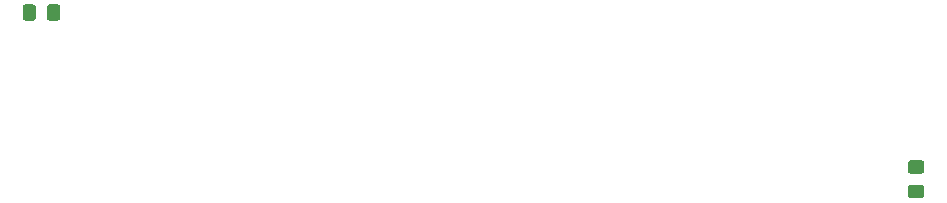
<source format=gbr>
%TF.GenerationSoftware,KiCad,Pcbnew,(5.1.6-0-10_14)*%
%TF.CreationDate,2021-05-07T14:06:44-07:00*%
%TF.ProjectId,LEDDriverFilter,4c454444-7269-4766-9572-46696c746572,rev?*%
%TF.SameCoordinates,Original*%
%TF.FileFunction,Paste,Top*%
%TF.FilePolarity,Positive*%
%FSLAX46Y46*%
G04 Gerber Fmt 4.6, Leading zero omitted, Abs format (unit mm)*
G04 Created by KiCad (PCBNEW (5.1.6-0-10_14)) date 2021-05-07 14:06:44*
%MOMM*%
%LPD*%
G01*
G04 APERTURE LIST*
G04 APERTURE END LIST*
%TO.C,R2*%
G36*
G01*
X167189999Y-109425000D02*
X168090001Y-109425000D01*
G75*
G02*
X168340000Y-109674999I0J-249999D01*
G01*
X168340000Y-110325001D01*
G75*
G02*
X168090001Y-110575000I-249999J0D01*
G01*
X167189999Y-110575000D01*
G75*
G02*
X166940000Y-110325001I0J249999D01*
G01*
X166940000Y-109674999D01*
G75*
G02*
X167189999Y-109425000I249999J0D01*
G01*
G37*
G36*
G01*
X167189999Y-107375000D02*
X168090001Y-107375000D01*
G75*
G02*
X168340000Y-107624999I0J-249999D01*
G01*
X168340000Y-108275001D01*
G75*
G02*
X168090001Y-108525000I-249999J0D01*
G01*
X167189999Y-108525000D01*
G75*
G02*
X166940000Y-108275001I0J249999D01*
G01*
X166940000Y-107624999D01*
G75*
G02*
X167189999Y-107375000I249999J0D01*
G01*
G37*
%TD*%
%TO.C,R1*%
G36*
G01*
X94040000Y-95319001D02*
X94040000Y-94418999D01*
G75*
G02*
X94289999Y-94169000I249999J0D01*
G01*
X94940001Y-94169000D01*
G75*
G02*
X95190000Y-94418999I0J-249999D01*
G01*
X95190000Y-95319001D01*
G75*
G02*
X94940001Y-95569000I-249999J0D01*
G01*
X94289999Y-95569000D01*
G75*
G02*
X94040000Y-95319001I0J249999D01*
G01*
G37*
G36*
G01*
X91990000Y-95319001D02*
X91990000Y-94418999D01*
G75*
G02*
X92239999Y-94169000I249999J0D01*
G01*
X92890001Y-94169000D01*
G75*
G02*
X93140000Y-94418999I0J-249999D01*
G01*
X93140000Y-95319001D01*
G75*
G02*
X92890001Y-95569000I-249999J0D01*
G01*
X92239999Y-95569000D01*
G75*
G02*
X91990000Y-95319001I0J249999D01*
G01*
G37*
%TD*%
M02*

</source>
